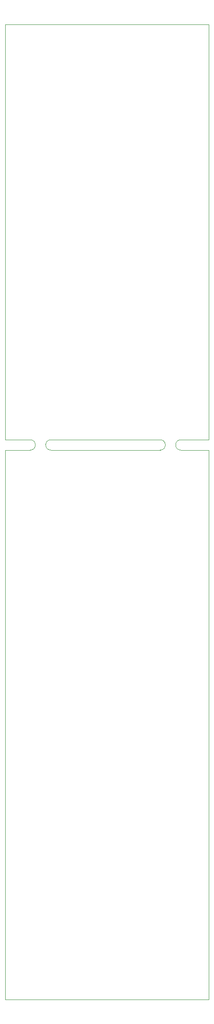
<source format=gbr>
%TF.GenerationSoftware,KiCad,Pcbnew,(6.0.4)*%
%TF.CreationDate,2022-06-07T18:20:15+01:00*%
%TF.ProjectId,panelized-boards,70616e65-6c69-47a6-9564-2d626f617264,rev?*%
%TF.SameCoordinates,Original*%
%TF.FileFunction,Profile,NP*%
%FSLAX46Y46*%
G04 Gerber Fmt 4.6, Leading zero omitted, Abs format (unit mm)*
G04 Created by KiCad (PCBNEW (6.0.4)) date 2022-06-07 18:20:15*
%MOMM*%
%LPD*%
G01*
G04 APERTURE LIST*
%TA.AperFunction,Profile*%
%ADD10C,0.100000*%
%TD*%
G04 APERTURE END LIST*
D10*
X58420000Y-196000000D02*
X58420000Y-205020000D01*
X18920000Y-205020000D02*
X58420000Y-205020000D01*
X49000000Y-98520000D02*
G75*
G03*
X49000000Y-96520000I0J1000000D01*
G01*
X58420000Y-133000000D02*
X58420000Y-196000000D01*
X18920000Y-98520000D02*
X18920000Y-205020000D01*
X23750000Y-98520000D02*
G75*
G03*
X23750000Y-96520000I0J1000000D01*
G01*
X18920000Y-16007080D02*
X58420000Y-16007080D01*
X58420000Y-98520000D02*
X58420000Y-104000000D01*
X53000000Y-96520000D02*
G75*
G03*
X53000000Y-98520000I0J-1000000D01*
G01*
X58420000Y-104000000D02*
X58420000Y-108000000D01*
X53000000Y-96520000D02*
X58420000Y-96520000D01*
X58420000Y-129000000D02*
X58420000Y-133000000D01*
X27750000Y-96520000D02*
X49000000Y-96520000D01*
X23750000Y-98520000D02*
X18920000Y-98520000D01*
X58420000Y-16007080D02*
X58420000Y-96520000D01*
X27750000Y-96520000D02*
G75*
G03*
X27750000Y-98520000I0J-1000000D01*
G01*
X18920000Y-96520000D02*
X23750000Y-96520000D01*
X49000000Y-98520000D02*
X27750000Y-98520000D01*
X18920000Y-96520000D02*
X18920000Y-16007080D01*
X53000000Y-98520000D02*
X58420000Y-98520000D01*
X58420000Y-129000000D02*
X58420000Y-108000000D01*
M02*

</source>
